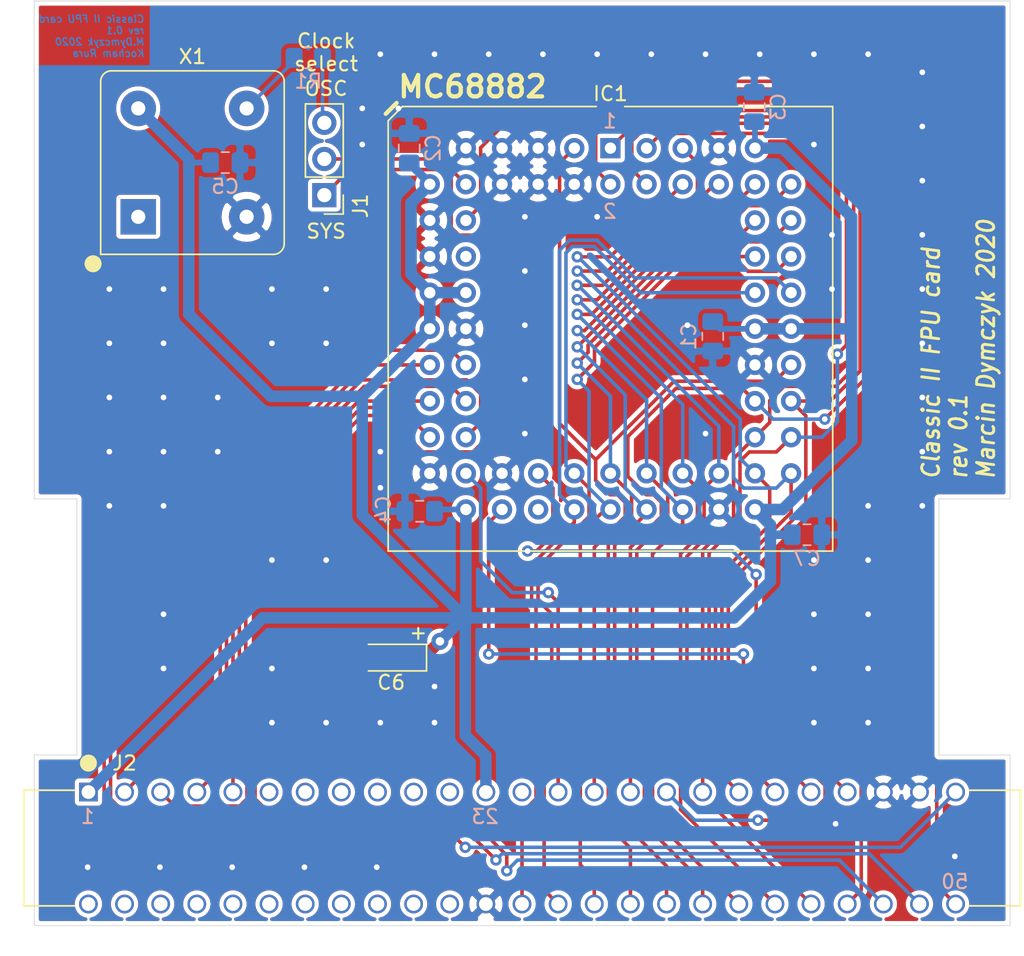
<source format=kicad_pcb>
(kicad_pcb (version 20171130) (host pcbnew 5.1.7-a382d34a8~88~ubuntu18.04.1)
  (title_block (title "Macintosh Classic II FPU") (date 2020-12-27) (rev 0.1) (company "Marcin Dymczyk"))
  (layers (0 F.Cu signal) (31 B.Cu signal) (34 B.Paste user) (35 F.Paste user) (36 B.SilkS user) (37 F.SilkS user) (38 B.Mask user) (39 F.Mask user) (44 Edge.Cuts user))
  (net 0 "")
  (net 1 VDD)
  (net 2 GND)
  (net 3 /D17)
  (net 4 /D19)
  (net 5 /D21)
  (net 6 /D23)
  (net 7 /D24)
  (net 8 /D18)
  (net 9 /D16)
  (net 10 /D20)
  (net 11 /D22)
  (net 12 "Net-(IC1-Pad11)")
  (net 13 /\RESET)
  (net 14 /\AS)
  (net 15 /A3)
  (net 16 /A1)
  (net 17 /\DS)
  (net 18 /A4)
  (net 19 /A2)
  (net 20 /\RW)
  (net 21 /\DSACK1)
  (net 22 /D30)
  (net 23 /D28)
  (net 24 /D26)
  (net 25 /\FPU.SEL)
  (net 26 /D31)
  (net 27 /D29)
  (net 28 /D27)
  (net 29 /D25)
  (net 30 /C16M)
  (net 31 "Net-(J1-Pad3)")
  (net 32 "Net-(R1-Pad1)")
  (module Package_LCC:PLCC-68_THT-Socket (layer F.Cu) (at 141.906 85.344)
    (fp_text reference IC1 (at 0 -3.825) (layer F.SilkS))
    (fp_text value MC68881FN)
    (pad 60 thru_hole circle (at 12.7 2.54) (size 1.4224 1.4224) (drill 0.8) (layers *.Cu *.Mask) (net 29 /D25))
    (pad 58 thru_hole circle (at 12.7 5.08) (size 1.4224 1.4224) (drill 0.8) (layers *.Cu *.Mask) (net 28 /D27))
    (pad 56 thru_hole circle (at 12.7 7.62) (size 1.4224 1.4224) (drill 0.8) (layers *.Cu *.Mask) (net 27 /D29))
    (pad 54 thru_hole circle (at 12.7 10.16) (size 1.4224 1.4224) (drill 0.8) (layers *.Cu *.Mask) (net 26 /D31))
    (pad 52 thru_hole circle (at 12.7 12.7) (size 1.4224 1.4224) (drill 0.8) (layers *.Cu *.Mask) (net 1 VDD))
    (pad 50 thru_hole circle (at 12.7 15.24) (size 1.4224 1.4224) (drill 0.8) (layers *.Cu *.Mask) (net 9 /D16))
    (pad 48 thru_hole circle (at 12.7 17.78) (size 1.4224 1.4224) (drill 0.8) (layers *.Cu *.Mask) (net 8 /D18))
    (pad 46 thru_hole circle (at 12.7 20.32) (size 1.4224 1.4224) (drill 0.8) (layers *.Cu *.Mask) (net 10 /D20))
    (pad 61 thru_hole circle (at 10.16 0) (size 1.4224 1.4224) (drill 0.8) (layers *.Cu *.Mask) (net 1 VDD))
    (pad 59 thru_hole circle (at 10.16 5.08) (size 1.4224 1.4224) (drill 0.8) (layers *.Cu *.Mask) (net 24 /D26))
    (pad 57 thru_hole circle (at 10.16 7.62) (size 1.4224 1.4224) (drill 0.8) (layers *.Cu *.Mask) (net 23 /D28))
    (pad 55 thru_hole circle (at 10.16 10.16) (size 1.4224 1.4224) (drill 0.8) (layers *.Cu *.Mask) (net 22 /D30))
    (pad 53 thru_hole circle (at 10.16 12.7) (size 1.4224 1.4224) (drill 0.8) (layers *.Cu *.Mask) (net 1 VDD))
    (pad 51 thru_hole circle (at 10.16 15.24) (size 1.4224 1.4224) (drill 0.8) (layers *.Cu *.Mask) (net 2 GND))
    (pad 49 thru_hole circle (at 10.16 17.78) (size 1.4224 1.4224) (drill 0.8) (layers *.Cu *.Mask) (net 3 /D17))
    (pad 47 thru_hole circle (at 10.16 20.32) (size 1.4224 1.4224) (drill 0.8) (layers *.Cu *.Mask) (net 4 /D19))
    (pad 45 thru_hole circle (at 10.16 22.86) (size 1.4224 1.4224) (drill 0.8) (layers *.Cu *.Mask) (net 5 /D21))
    (pad 43 thru_hole circle (at 10.16 25.4) (size 1.4224 1.4224) (drill 0.8) (layers *.Cu *.Mask) (net 1 VDD))
    (pad 41 thru_hole circle (at 7.62 25.4) (size 1.4224 1.4224) (drill 0.8) (layers *.Cu *.Mask) (net 2 GND))
    (pad 39 thru_hole circle (at 5.08 25.4) (size 1.4224 1.4224) (drill 0.8) (layers *.Cu *.Mask) (net 29 /D25))
    (pad 37 thru_hole circle (at 2.54 25.4) (size 1.4224 1.4224) (drill 0.8) (layers *.Cu *.Mask) (net 28 /D27))
    (pad 35 thru_hole circle (at 0 25.4) (size 1.4224 1.4224) (drill 0.8) (layers *.Cu *.Mask) (net 27 /D29))
    (pad 33 thru_hole circle (at -2.54 25.4) (size 1.4224 1.4224) (drill 0.8) (layers *.Cu *.Mask) (net 26 /D31))
    (pad 31 thru_hole circle (at -5.08 25.4) (size 1.4224 1.4224) (drill 0.8) (layers *.Cu *.Mask))
    (pad 29 thru_hole circle (at -7.62 25.4) (size 1.4224 1.4224) (drill 0.8) (layers *.Cu *.Mask) (net 25 /\FPU.SEL))
    (pad 27 thru_hole circle (at -10.16 25.4) (size 1.4224 1.4224) (drill 0.8) (layers *.Cu *.Mask) (net 1 VDD))
    (pad 44 thru_hole circle (at 12.7 22.86) (size 1.4224 1.4224) (drill 0.8) (layers *.Cu *.Mask) (net 11 /D22))
    (pad 42 thru_hole circle (at 7.62 22.86) (size 1.4224 1.4224) (drill 0.8) (layers *.Cu *.Mask) (net 6 /D23))
    (pad 40 thru_hole circle (at 5.08 22.86) (size 1.4224 1.4224) (drill 0.8) (layers *.Cu *.Mask) (net 7 /D24))
    (pad 38 thru_hole circle (at 2.54 22.86) (size 1.4224 1.4224) (drill 0.8) (layers *.Cu *.Mask) (net 24 /D26))
    (pad 36 thru_hole circle (at 0 22.86) (size 1.4224 1.4224) (drill 0.8) (layers *.Cu *.Mask) (net 23 /D28))
    (pad 34 thru_hole circle (at -2.54 22.86) (size 1.4224 1.4224) (drill 0.8) (layers *.Cu *.Mask) (net 22 /D30))
    (pad 32 thru_hole circle (at -5.08 22.86) (size 1.4224 1.4224) (drill 0.8) (layers *.Cu *.Mask) (net 21 /\DSACK1))
    (pad 30 thru_hole circle (at -7.62 22.86) (size 1.4224 1.4224) (drill 0.8) (layers *.Cu *.Mask) (net 2 GND))
    (pad 28 thru_hole circle (at -10.16 22.86) (size 1.4224 1.4224) (drill 0.8) (layers *.Cu *.Mask) (net 20 /\RW))
    (pad 26 thru_hole circle (at -12.7 22.86) (size 1.4224 1.4224) (drill 0.8) (layers *.Cu *.Mask) (net 2 GND))
    (pad 24 thru_hole circle (at -12.7 20.32) (size 1.4224 1.4224) (drill 0.8) (layers *.Cu *.Mask) (net 19 /A2))
    (pad 22 thru_hole circle (at -12.7 17.78) (size 1.4224 1.4224) (drill 0.8) (layers *.Cu *.Mask) (net 18 /A4))
    (pad 20 thru_hole circle (at -12.7 15.24) (size 1.4224 1.4224) (drill 0.8) (layers *.Cu *.Mask) (net 17 /\DS))
    (pad 18 thru_hole circle (at -12.7 12.7) (size 1.4224 1.4224) (drill 0.8) (layers *.Cu *.Mask) (net 1 VDD))
    (pad 16 thru_hole circle (at -12.7 10.16) (size 1.4224 1.4224) (drill 0.8) (layers *.Cu *.Mask) (net 1 VDD))
    (pad 14 thru_hole circle (at -12.7 7.62) (size 1.4224 1.4224) (drill 0.8) (layers *.Cu *.Mask) (net 2 GND))
    (pad 12 thru_hole circle (at -12.7 5.08) (size 1.4224 1.4224) (drill 0.8) (layers *.Cu *.Mask) (net 2 GND))
    (pad 10 thru_hole circle (at -12.7 2.54) (size 1.4224 1.4224) (drill 0.8) (layers *.Cu *.Mask) (net 1 VDD))
    (pad 25 thru_hole circle (at -10.16 20.32) (size 1.4224 1.4224) (drill 0.8) (layers *.Cu *.Mask) (net 16 /A1))
    (pad 23 thru_hole circle (at -10.16 17.78) (size 1.4224 1.4224) (drill 0.8) (layers *.Cu *.Mask) (net 15 /A3))
    (pad 21 thru_hole circle (at -10.16 15.24) (size 1.4224 1.4224) (drill 0.8) (layers *.Cu *.Mask) (net 14 /\AS))
    (pad 19 thru_hole circle (at -10.16 12.7) (size 1.4224 1.4224) (drill 0.8) (layers *.Cu *.Mask) (net 2 GND))
    (pad 17 thru_hole circle (at -10.16 10.16) (size 1.4224 1.4224) (drill 0.8) (layers *.Cu *.Mask) (net 1 VDD))
    (pad 15 thru_hole circle (at -10.16 7.62) (size 1.4224 1.4224) (drill 0.8) (layers *.Cu *.Mask))
    (pad 13 thru_hole circle (at -10.16 5.08) (size 1.4224 1.4224) (drill 0.8) (layers *.Cu *.Mask) (net 13 /\RESET))
    (pad 11 thru_hole circle (at -10.16 2.54) (size 1.4224 1.4224) (drill 0.8) (layers *.Cu *.Mask) (net 12 "Net-(IC1-Pad11)"))
    (pad 63 thru_hole circle (at 7.62 0) (size 1.4224 1.4224) (drill 0.8) (layers *.Cu *.Mask) (net 2 GND))
    (pad 65 thru_hole circle (at 5.08 0) (size 1.4224 1.4224) (drill 0.8) (layers *.Cu *.Mask) (net 11 /D22))
    (pad 67 thru_hole circle (at 2.54 0) (size 1.4224 1.4224) (drill 0.8) (layers *.Cu *.Mask) (net 10 /D20))
    (pad 9 thru_hole circle (at -10.16 0) (size 1.4224 1.4224) (drill 0.8) (layers *.Cu *.Mask) (net 2 GND))
    (pad 7 thru_hole circle (at -7.62 0) (size 1.4224 1.4224) (drill 0.8) (layers *.Cu *.Mask) (net 2 GND))
    (pad 5 thru_hole circle (at -5.08 0) (size 1.4224 1.4224) (drill 0.8) (layers *.Cu *.Mask) (net 2 GND))
    (pad 3 thru_hole circle (at -2.54 0) (size 1.4224 1.4224) (drill 0.8) (layers *.Cu *.Mask) (net 9 /D16))
    (pad 1 thru_hole rect (at 0 0) (size 1.4224 1.4224) (drill 0.8) (layers *.Cu *.Mask) (net 8 /D18))
    (pad 62 thru_hole circle (at 10.16 2.54) (size 1.4224 1.4224) (drill 0.8) (layers *.Cu *.Mask) (net 7 /D24))
    (pad 64 thru_hole circle (at 7.62 2.54) (size 1.4224 1.4224) (drill 0.8) (layers *.Cu *.Mask) (net 6 /D23))
    (pad 66 thru_hole circle (at 5.08 2.54) (size 1.4224 1.4224) (drill 0.8) (layers *.Cu *.Mask) (net 5 /D21))
    (pad 68 thru_hole circle (at 2.54 2.54) (size 1.4224 1.4224) (drill 0.8) (layers *.Cu *.Mask) (net 4 /D19))
    (pad 8 thru_hole circle (at -7.62 2.54) (size 1.4224 1.4224) (drill 0.8) (layers *.Cu *.Mask) (net 2 GND))
    (pad 6 thru_hole circle (at -5.08 2.54) (size 1.4224 1.4224) (drill 0.8) (layers *.Cu *.Mask) (net 2 GND))
    (pad 4 thru_hole circle (at -2.54 2.54) (size 1.4224 1.4224) (drill 0.8) (layers *.Cu *.Mask) (net 2 GND))
    (pad 2 thru_hole circle (at 0 2.54) (size 1.4224 1.4224) (drill 0.8) (layers *.Cu *.Mask) (net 3 /D17))
  )
  (module Capacitor_SMD:C_0805_2012Metric_Pad1.18x1.45mm_HandSolder (layer B.Cu) (at 149.098 98.5735 270)
    (fp_text reference C1 (at 0 1.68 270) (layer B.SilkS) (effects (justify mirror)))
    (fp_text value 100n)
    (pad 2 smd roundrect (at 1.0375 0 270) (size 1.175 1.45) (layers B.Cu B.Paste B.Mask) (roundrect_rratio 0.2127659574468085) (net 2 GND))
    (pad 1 smd roundrect (at -1.0375 0 270) (size 1.175 1.45) (layers B.Cu B.Paste B.Mask) (roundrect_rratio 0.2127659574468085) (net 1 VDD))
  )
  (module Capacitor_SMD:C_0805_2012Metric_Pad1.18x1.45mm_HandSolder (layer B.Cu) (at 127.762 85.344 90)
    (fp_text reference C2 (at 0 1.68 90) (layer B.SilkS) (effects (justify mirror)))
    (fp_text value 100n)
    (pad 2 smd roundrect (at 1.0375 0 90) (size 1.175 1.45) (layers B.Cu B.Paste B.Mask) (roundrect_rratio 0.2127659574468085) (net 2 GND))
    (pad 1 smd roundrect (at -1.0375 0 90) (size 1.175 1.45) (layers B.Cu B.Paste B.Mask) (roundrect_rratio 0.2127659574468085) (net 1 VDD))
  )
  (module Capacitor_SMD:C_0805_2012Metric_Pad1.18x1.45mm_HandSolder (layer B.Cu) (at 152.019 82.4445 90)
    (fp_text reference C3 (at 0 1.68 90) (layer B.SilkS) (effects (justify mirror)))
    (fp_text value 100n)
    (pad 2 smd roundrect (at 1.0375 0 90) (size 1.175 1.45) (layers B.Cu B.Paste B.Mask) (roundrect_rratio 0.2127659574468085) (net 2 GND))
    (pad 1 smd roundrect (at -1.0375 0 90) (size 1.175 1.45) (layers B.Cu B.Paste B.Mask) (roundrect_rratio 0.2127659574468085) (net 1 VDD))
  )
  (module Capacitor_SMD:C_0805_2012Metric_Pad1.18x1.45mm_HandSolder (layer B.Cu) (at 128.5025 110.871 180)
    (fp_text reference C4 (at 2.5615 0.127 90) (layer B.SilkS) (effects (justify mirror)))
    (fp_text value 100n)
    (pad 2 smd roundrect (at 1.0375 0 180) (size 1.175 1.45) (layers B.Cu B.Paste B.Mask) (roundrect_rratio 0.2127659574468085) (net 2 GND))
    (pad 1 smd roundrect (at -1.0375 0 180) (size 1.175 1.45) (layers B.Cu B.Paste B.Mask) (roundrect_rratio 0.2127659574468085) (net 1 VDD))
  )
  (module Capacitor_SMD:C_0805_2012Metric_Pad1.18x1.45mm_HandSolder (layer B.Cu) (at 114.8295 86.36)
    (fp_text reference C5 (at 0 1.68) (layer B.SilkS) (effects (justify mirror)))
    (fp_text value 100n)
    (pad 2 smd roundrect (at 1.0375 0) (size 1.175 1.45) (layers B.Cu B.Paste B.Mask) (roundrect_rratio 0.2127659574468085) (net 2 GND))
    (pad 1 smd roundrect (at -1.0375 0) (size 1.175 1.45) (layers B.Cu B.Paste B.Mask) (roundrect_rratio 0.2127659574468085) (net 1 VDD))
  )
  (module Capacitor_Tantalum_SMD:CP_EIA-3216-18_Kemet-A_Pad1.58x1.35mm_HandSolder (layer F.Cu) (at 126.492 121.158 180)
    (fp_text reference C6 (at 0 -1.75) (layer F.SilkS))
    (fp_text value 4u7)
    (pad 2 smd roundrect (at 1.4375 0 180) (size 1.575 1.35) (layers F.Cu F.Paste F.Mask) (roundrect_rratio 0.1851844444444445) (net 2 GND))
    (pad 1 smd roundrect (at -1.4375 0 180) (size 1.575 1.35) (layers F.Cu F.Paste F.Mask) (roundrect_rratio 0.1851844444444445) (net 1 VDD))
  )
  (module Connector_PinHeader_2.54mm:PinHeader_1x03_P2.54mm_Vertical (layer F.Cu) (at 121.793 88.646 180)
    (fp_text reference J1 (at -2.54 -0.762 90) (layer F.SilkS))
    (fp_text value Conn_01x03)
    (pad 3 thru_hole oval (at 0 5.08 180) (size 1.7 1.7) (drill 1) (layers *.Cu *.Mask) (net 31 "Net-(J1-Pad3)"))
    (pad 2 thru_hole oval (at 0 2.54 180) (size 1.7 1.7) (drill 1) (layers *.Cu *.Mask) (net 12 "Net-(IC1-Pad11)"))
    (pad 1 thru_hole rect (at 0 0 180) (size 1.7 1.7) (drill 1) (layers *.Cu *.Mask) (net 30 /C16M))
  )
  (module marcin:TE_5-532955-8_Odd_Even (layer F.Cu) (at 105.21 130.61)
    (fp_text reference J2 (at 2.54 -2.032) (layer F.SilkS))
    (fp_text value Conn_02x25_Odd_Even)
    (pad 2 thru_hole circle (at 0 7.87) (size 1.32 1.32) (drill 0.97) (layers *.Cu *.Mask))
    (pad 4 thru_hole circle (at 2.54 7.87) (size 1.32 1.32) (drill 0.97) (layers *.Cu *.Mask))
    (pad 6 thru_hole circle (at 5.08 7.87) (size 1.32 1.32) (drill 0.97) (layers *.Cu *.Mask))
    (pad 8 thru_hole circle (at 7.62 7.87) (size 1.32 1.32) (drill 0.97) (layers *.Cu *.Mask))
    (pad 10 thru_hole circle (at 10.16 7.87) (size 1.32 1.32) (drill 0.97) (layers *.Cu *.Mask))
    (pad 12 thru_hole circle (at 12.7 7.87) (size 1.32 1.32) (drill 0.97) (layers *.Cu *.Mask))
    (pad 14 thru_hole circle (at 15.24 7.87) (size 1.32 1.32) (drill 0.97) (layers *.Cu *.Mask))
    (pad 16 thru_hole circle (at 17.78 7.87) (size 1.32 1.32) (drill 0.97) (layers *.Cu *.Mask))
    (pad 18 thru_hole circle (at 20.32 7.87) (size 1.32 1.32) (drill 0.97) (layers *.Cu *.Mask))
    (pad 20 thru_hole circle (at 22.86 7.87) (size 1.32 1.32) (drill 0.97) (layers *.Cu *.Mask))
    (pad 22 thru_hole circle (at 25.4 7.87) (size 1.32 1.32) (drill 0.97) (layers *.Cu *.Mask))
    (pad 24 thru_hole circle (at 27.94 7.87) (size 1.32 1.32) (drill 0.97) (layers *.Cu *.Mask) (net 2 GND))
    (pad 26 thru_hole circle (at 30.48 7.87) (size 1.32 1.32) (drill 0.97) (layers *.Cu *.Mask) (net 26 /D31))
    (pad 28 thru_hole circle (at 33.02 7.87) (size 1.32 1.32) (drill 0.97) (layers *.Cu *.Mask) (net 22 /D30))
    (pad 30 thru_hole circle (at 35.56 7.87) (size 1.32 1.32) (drill 0.97) (layers *.Cu *.Mask) (net 27 /D29))
    (pad 32 thru_hole circle (at 38.1 7.87) (size 1.32 1.32) (drill 0.97) (layers *.Cu *.Mask) (net 23 /D28))
    (pad 34 thru_hole circle (at 40.64 7.87) (size 1.32 1.32) (drill 0.97) (layers *.Cu *.Mask) (net 28 /D27))
    (pad 36 thru_hole circle (at 43.18 7.87) (size 1.32 1.32) (drill 0.97) (layers *.Cu *.Mask) (net 24 /D26))
    (pad 38 thru_hole circle (at 45.72 7.87) (size 1.32 1.32) (drill 0.97) (layers *.Cu *.Mask) (net 29 /D25))
    (pad 40 thru_hole circle (at 48.26 7.87) (size 1.32 1.32) (drill 0.97) (layers *.Cu *.Mask) (net 7 /D24))
    (pad 42 thru_hole circle (at 50.8 7.87) (size 1.32 1.32) (drill 0.97) (layers *.Cu *.Mask) (net 6 /D23))
    (pad 44 thru_hole circle (at 53.34 7.87) (size 1.32 1.32) (drill 0.97) (layers *.Cu *.Mask) (net 21 /\DSACK1))
    (pad 46 thru_hole circle (at 55.88 7.87) (size 1.32 1.32) (drill 0.97) (layers *.Cu *.Mask) (net 30 /C16M))
    (pad 48 thru_hole circle (at 58.42 7.87) (size 1.32 1.32) (drill 0.97) (layers *.Cu *.Mask) (net 17 /\DS))
    (pad 50 thru_hole circle (at 60.96 7.87 90) (size 1.32 1.32) (drill 0.97) (layers *.Cu *.Mask) (net 13 /\RESET))
    (pad 1 thru_hole rect (at 0 0) (size 1.32 1.32) (drill 0.97) (layers *.Cu *.Mask) (net 1 VDD))
    (pad 3 thru_hole circle (at 2.54 0) (size 1.32 1.32) (drill 0.97) (layers *.Cu *.Mask) (net 16 /A1))
    (pad 5 thru_hole circle (at 5.08 0) (size 1.32 1.32) (drill 0.97) (layers *.Cu *.Mask) (net 19 /A2))
    (pad 7 thru_hole circle (at 7.62 0) (size 1.32 1.32) (drill 0.97) (layers *.Cu *.Mask) (net 15 /A3))
    (pad 9 thru_hole circle (at 10.16 0) (size 1.32 1.32) (drill 0.97) (layers *.Cu *.Mask) (net 18 /A4))
    (pad 11 thru_hole circle (at 12.7 0) (size 1.32 1.32) (drill 0.97) (layers *.Cu *.Mask))
    (pad 13 thru_hole circle (at 15.24 0) (size 1.32 1.32) (drill 0.97) (layers *.Cu *.Mask))
    (pad 15 thru_hole circle (at 17.78 0) (size 1.32 1.32) (drill 0.97) (layers *.Cu *.Mask))
    (pad 17 thru_hole circle (at 20.32 0) (size 1.32 1.32) (drill 0.97) (layers *.Cu *.Mask))
    (pad 19 thru_hole circle (at 22.86 0) (size 1.32 1.32) (drill 0.97) (layers *.Cu *.Mask))
    (pad 21 thru_hole circle (at 25.4 0) (size 1.32 1.32) (drill 0.97) (layers *.Cu *.Mask))
    (pad 23 thru_hole circle (at 27.94 0) (size 1.32 1.32) (drill 0.97) (layers *.Cu *.Mask) (net 1 VDD))
    (pad 25 thru_hole circle (at 30.48 0) (size 1.32 1.32) (drill 0.97) (layers *.Cu *.Mask))
    (pad 27 thru_hole circle (at 33.02 0) (size 1.32 1.32) (drill 0.97) (layers *.Cu *.Mask) (net 20 /\RW))
    (pad 29 thru_hole circle (at 35.56 0) (size 1.32 1.32) (drill 0.97) (layers *.Cu *.Mask) (net 9 /D16))
    (pad 31 thru_hole circle (at 38.1 0) (size 1.32 1.32) (drill 0.97) (layers *.Cu *.Mask) (net 3 /D17))
    (pad 33 thru_hole circle (at 40.64 0) (size 1.32 1.32) (drill 0.97) (layers *.Cu *.Mask) (net 8 /D18))
    (pad 35 thru_hole circle (at 43.18 0) (size 1.32 1.32) (drill 0.97) (layers *.Cu *.Mask) (net 4 /D19))
    (pad 37 thru_hole circle (at 45.72 0) (size 1.32 1.32) (drill 0.97) (layers *.Cu *.Mask) (net 10 /D20))
    (pad 39 thru_hole circle (at 48.26 0 90) (size 1.32 1.32) (drill 0.97) (layers *.Cu *.Mask) (net 5 /D21))
    (pad 41 thru_hole circle (at 50.8 0) (size 1.32 1.32) (drill 0.97) (layers *.Cu *.Mask) (net 11 /D22))
    (pad 43 thru_hole circle (at 53.34 0 90) (size 1.32 1.32) (drill 0.97) (layers *.Cu *.Mask) (net 25 /\FPU.SEL))
    (pad 45 thru_hole circle (at 55.88 0) (size 1.32 1.32) (drill 0.97) (layers *.Cu *.Mask) (net 2 GND))
    (pad 47 thru_hole circle (at 58.42 0) (size 1.32 1.32) (drill 0.97) (layers *.Cu *.Mask) (net 2 GND))
    (pad 49 thru_hole circle (at 60.96 0 90) (size 1.32 1.32) (drill 0.97) (layers *.Cu *.Mask) (net 14 /\AS))
  )
  (module Oscillator:Oscillator_DIP-8_LargePads (layer F.Cu) (at 108.712 90.17)
    (fp_text reference X1 (at 3.81 -11.26) (layer F.SilkS))
    (fp_text value CXO_DIP8_40M)
    (pad 4 thru_hole circle (at 7.62 0) (size 2.5 2.5) (drill 1) (layers *.Cu *.Mask) (net 2 GND))
    (pad 5 thru_hole circle (at 7.62 -7.62) (size 2.5 2.5) (drill 1) (layers *.Cu *.Mask) (net 32 "Net-(R1-Pad1)"))
    (pad 8 thru_hole circle (at 0 -7.62) (size 2.5 2.5) (drill 1) (layers *.Cu *.Mask) (net 1 VDD))
    (pad 1 thru_hole rect (at 0 0) (size 2.5 2.5) (drill 1) (layers *.Cu *.Mask))
  )
  (module Capacitor_SMD:C_0805_2012Metric_Pad1.18x1.45mm_HandSolder (layer B.Cu) (at 155.7235 112.522)
    (fp_text reference C7 (at 0 1.68) (layer B.SilkS) (effects (justify mirror)))
    (fp_text value 100n)
    (pad 1 smd roundrect (at -1.0375 0) (size 1.175 1.45) (layers B.Cu B.Paste B.Mask) (roundrect_rratio 0.2127659574468085) (net 1 VDD))
    (pad 2 smd roundrect (at 1.0375 0) (size 1.175 1.45) (layers B.Cu B.Paste B.Mask) (roundrect_rratio 0.2127659574468085) (net 2 GND))
  )
  (module Resistor_SMD:R_0805_2012Metric_Pad1.20x1.40mm_HandSolder (layer B.Cu) (at 120.666 78.994)
    (fp_text reference R1 (at 0 1.65) (layer B.SilkS) (effects (justify mirror)))
    (fp_text value 33)
    (pad 1 smd roundrect (at -1 0) (size 1.2 1.4) (layers B.Cu B.Paste B.Mask) (roundrect_rratio 0.2083325) (net 32 "Net-(R1-Pad1)"))
    (pad 2 smd roundrect (at 1 0) (size 1.2 1.4) (layers B.Cu B.Paste B.Mask) (roundrect_rratio 0.2083325) (net 31 "Net-(J1-Pad3)"))
  )
  (gr_text 2 (at 141.859 89.789) (layer B.SilkS) (effects (font (size 1 1)) (justify mirror)))
  (gr_text 1 (at 141.859 83.439) (layer B.SilkS) (effects (font (size 1 1)) (justify mirror)))
  (gr_text "Classic II FPU card\nrev 0.1\nM.Dymczyk 2020\nKocham Rura" (at 109.22 77.47) (layer B.Cu) (effects (font (size 0.5 0.5) (thickness 0.1) italic) (justify left mirror)))
  (gr_text "50\n" (at 166.116 136.906) (layer B.SilkS) (effects (font (size 1 1)) (justify mirror)))
  (gr_text 23 (at 133.096 132.334) (layer B.SilkS) (effects (font (size 1 1)) (justify mirror)))
  (gr_text 1 (at 105.156 132.334) (layer B.SilkS) (effects (font (size 1 1)) (justify mirror)))
  (gr_line (start 126.873 82.169) (end 126.111 82.931) (layer F.SilkS) (width 0.3))
  (gr_text + (at 128.397 119.38) (layer F.SilkS) (effects (font (size 1 1))))
  (gr_circle (center 105.537 93.472) (end 105.837 93.472) (layer F.SilkS) (width 0.6))
  (gr_text "Clock\nselect" (at 121.92 78.613) (layer F.SilkS) (effects (font (size 1 1))))
  (gr_text "Classic II FPU card \nrev 0.1\nMarcin Dymczyk 2020" (at 166.37 108.712 90) (layer F.SilkS) (effects (font (size 1.2 1.1) (thickness 0.2) italic) (justify left)))
  (gr_text MC68882 (at 132.207 81.026) (layer F.SilkS) (effects (font (size 1.5 1.5) (thickness 0.3))))
  (gr_text SYS (at 121.92 91.186) (layer F.SilkS) (effects (font (size 1 1))))
  (gr_text OSC (at 121.92 81.153) (layer F.SilkS) (effects (font (size 1 1))))
  (gr_line (start 101.4 75) (end 101.4 110) (layer Edge.Cuts) (width 0.05))
  (gr_line (start 170 75) (end 101.4 75) (layer Edge.Cuts) (width 0.05))
  (gr_line (start 170 110) (end 170 75) (layer Edge.Cuts) (width 0.05))
  (gr_line (start 165 110) (end 170 110) (layer Edge.Cuts) (width 0.05))
  (gr_line (start 165 128) (end 165 110) (layer Edge.Cuts) (width 0.05))
  (gr_line (start 170 128) (end 165 128) (layer Edge.Cuts) (width 0.05))
  (gr_line (start 104.4 110) (end 101.4 110) (layer Edge.Cuts) (width 0.05))
  (gr_line (start 104.4 128) (end 104.4 110) (layer Edge.Cuts) (width 0.05))
  (gr_line (start 101.4 128) (end 104.4 128) (layer Edge.Cuts) (width 0.05))
  (gr_line (start 170 140) (end 170 128) (layer Edge.Cuts) (width 0.05))
  (gr_line (start 101.4 140) (end 101.4 128) (layer Edge.Cuts) (width 0.05))
  (gr_line (start 101.4 140) (end 170 140) (layer Edge.Cuts) (width 0.05))
  (segment (start 105.21 130.61) (end 117.456 118.364) (width 0.8128) (layer B.Cu) (net 1))
  (segment (start 131.746 110.744) (end 131.746 118.317) (width 0.8128) (layer B.Cu) (net 1))
  (segment (start 131.746 118.317) (end 131.699 118.364) (width 0.8128) (layer B.Cu) (net 1))
  (segment (start 152.066 110.744) (end 153.152401 111.830401) (width 0.8128) (layer B.Cu) (net 1))
  (segment (start 131.746 95.504) (end 129.206 95.504) (width 0.8128) (layer B.Cu) (net 1))
  (segment (start 129.206 95.504) (end 129.206 98.044) (width 0.8128) (layer B.Cu) (net 1))
  (segment (start 117.456 118.364) (end 121.793 118.364) (width 0.8128) (layer B.Cu) (net 1))
  (segment (start 127.888399 94.186399) (end 129.206 95.504) (width 0.8128) (layer B.Cu) (net 1))
  (segment (start 127.888399 89.201601) (end 127.888399 94.186399) (width 0.8128) (layer B.Cu) (net 1))
  (segment (start 129.206 87.884) (end 127.888399 89.201601) (width 0.8128) (layer B.Cu) (net 1))
  (segment (start 152.066 98.044) (end 154.606 98.044) (width 0.8128) (layer B.Cu) (net 1))
  (segment (start 154.01605 110.744) (end 152.066 110.744) (width 0.8128) (layer B.Cu) (net 1))
  (segment (start 158.867401 105.892649) (end 154.01605 110.744) (width 0.8128) (layer B.Cu) (net 1))
  (segment (start 158.867401 90.195351) (end 158.867401 96.798927) (width 0.8128) (layer B.Cu) (net 1))
  (segment (start 154.01605 85.344) (end 158.867401 90.195351) (width 0.8128) (layer B.Cu) (net 1))
  (segment (start 152.066 85.344) (end 154.01605 85.344) (width 0.8128) (layer B.Cu) (net 1))
  (segment (start 108.712 82.55) (end 110.568401 84.406401) (width 0.8128) (layer B.Cu) (net 1))
  (segment (start 152.066 85.344) (end 152.066 83.613) (width 0.4064) (layer B.Cu) (net 1))
  (segment (start 129.206 87.8255) (end 127.762 86.3815) (width 0.6096) (layer B.Cu) (net 1))
  (segment (start 129.206 87.884) (end 129.206 87.8255) (width 0.6096) (layer B.Cu) (net 1))
  (segment (start 154.686 112.522) (end 153.162 112.522) (width 0.6096) (layer B.Cu) (net 1))
  (segment (start 153.162 112.522) (end 153.152401 112.531599) (width 0.6096) (layer B.Cu) (net 1))
  (segment (start 153.152401 111.830401) (end 153.152401 112.531599) (width 0.8128) (layer B.Cu) (net 1))
  (segment (start 131.333328 118.364) (end 131.699 118.364) (width 0.8128) (layer B.Cu) (net 1))
  (via (at 129.921 120.015) (size 1.2) (drill 0.6) (layers F.Cu B.Cu) (net 1))
  (segment (start 121.793 118.364) (end 122.428 118.364) (width 0.8128) (layer B.Cu) (net 1))
  (segment (start 122.428 118.364) (end 131.699 118.364) (width 0.8128) (layer B.Cu) (net 1))
  (segment (start 150.587474 118.364) (end 131.699 118.364) (width 0.8128) (layer B.Cu) (net 1))
  (segment (start 153.152401 115.799073) (end 150.587474 118.364) (width 0.8128) (layer B.Cu) (net 1))
  (segment (start 153.152401 112.531599) (end 153.152401 115.799073) (width 0.8128) (layer B.Cu) (net 1))
  (segment (start 112.268 86.106) (end 110.568401 84.406401) (width 0.8128) (layer B.Cu) (net 1))
  (segment (start 158.857802 98.044) (end 158.867401 98.053599) (width 0.8128) (layer B.Cu) (net 1))
  (segment (start 154.606 98.044) (end 158.857802 98.044) (width 0.8128) (layer B.Cu) (net 1))
  (segment (start 158.867401 96.798927) (end 158.867401 98.053599) (width 0.8128) (layer B.Cu) (net 1))
  (segment (start 158.867401 98.053599) (end 158.867401 105.892649) (width 0.8128) (layer B.Cu) (net 1))
  (segment (start 133.15 130.61) (end 133.15 128.07) (width 0.8128) (layer B.Cu) (net 1))
  (segment (start 131.699 126.619) (end 131.699 118.364) (width 0.8128) (layer B.Cu) (net 1))
  (segment (start 133.15 128.07) (end 131.699 126.619) (width 0.8128) (layer B.Cu) (net 1))
  (segment (start 128.778 121.158) (end 129.921 120.015) (width 0.8128) (layer F.Cu) (net 1))
  (segment (start 127.9295 121.158) (end 128.778 121.158) (width 0.8128) (layer F.Cu) (net 1))
  (segment (start 131.572 118.364) (end 131.699 118.364) (width 0.8128) (layer B.Cu) (net 1))
  (segment (start 129.921 120.015) (end 131.572 118.364) (width 0.8128) (layer B.Cu) (net 1))
  (segment (start 149.606 98.044) (end 149.098 97.536) (width 0.4064) (layer B.Cu) (net 1))
  (segment (start 152.066 98.044) (end 149.606 98.044) (width 0.4064) (layer B.Cu) (net 1))
  (segment (start 129.667 110.744) (end 129.54 110.871) (width 0.4064) (layer B.Cu) (net 1))
  (segment (start 131.746 110.744) (end 129.667 110.744) (width 0.4064) (layer B.Cu) (net 1))
  (segment (start 112.522 86.36) (end 112.268 86.106) (width 0.4064) (layer B.Cu) (net 1))
  (segment (start 113.792 86.36) (end 112.522 86.36) (width 0.4064) (layer B.Cu) (net 1))
  (segment (start 129.206 98.044) (end 124.46 102.79) (width 0.8128) (layer B.Cu) (net 1))
  (segment (start 124.46 111.125) (end 131.699 118.364) (width 0.8128) (layer B.Cu) (net 1))
  (segment (start 124.46 102.79) (end 124.46 111.125) (width 0.8128) (layer B.Cu) (net 1))
  (segment (start 118.03 102.79) (end 124.46 102.79) (width 0.8128) (layer B.Cu) (net 1))
  (segment (start 112.268 86.106) (end 112.268 97.028) (width 0.8128) (layer B.Cu) (net 1))
  (segment (start 112.268 97.028) (end 118.03 102.79) (width 0.8128) (layer B.Cu) (net 1))
  (via (at 135.89 105.41) (size 0.8) (drill 0.4) (layers F.Cu B.Cu) (net 2))
  (via (at 135.89 101.6) (size 0.8) (drill 0.4) (layers F.Cu B.Cu) (net 2))
  (via (at 135.89 97.79) (size 0.8) (drill 0.4) (layers F.Cu B.Cu) (net 2))
  (via (at 135.89 93.98) (size 0.8) (drill 0.4) (layers F.Cu B.Cu) (net 2))
  (via (at 135.89 90.17) (size 0.8) (drill 0.4) (layers F.Cu B.Cu) (net 2))
  (via (at 140.97 90.17) (size 0.8) (drill 0.4) (layers F.Cu B.Cu) (net 2))
  (via (at 148.59 105.41) (size 0.8) (drill 0.4) (layers F.Cu B.Cu) (net 2))
  (via (at 147.32 97.79) (size 0.8) (drill 0.4) (layers F.Cu B.Cu) (net 2))
  (via (at 160.02 110.49) (size 0.8) (drill 0.4) (layers F.Cu B.Cu) (net 2))
  (via (at 129.54 123.19) (size 0.8) (drill 0.4) (layers F.Cu B.Cu) (net 2))
  (via (at 129.54 125.73) (size 0.8) (drill 0.4) (layers F.Cu B.Cu) (net 2))
  (via (at 125.73 106.68) (size 0.8) (drill 0.4) (layers F.Cu B.Cu) (net 2))
  (via (at 125.73 109.22) (size 0.8) (drill 0.4) (layers F.Cu B.Cu) (net 2))
  (via (at 127 82.55) (size 0.8) (drill 0.4) (layers F.Cu B.Cu) (net 2))
  (via (at 124.46 82.55) (size 0.8) (drill 0.4) (layers F.Cu B.Cu) (net 2))
  (via (at 124.46 85.09) (size 0.8) (drill 0.4) (layers F.Cu B.Cu) (net 2))
  (via (at 118.11 99.06) (size 0.8) (drill 0.4) (layers F.Cu B.Cu) (net 2))
  (via (at 121.92 99.06) (size 0.8) (drill 0.4) (layers F.Cu B.Cu) (net 2))
  (via (at 121.92 95.25) (size 0.8) (drill 0.4) (layers F.Cu B.Cu) (net 2))
  (via (at 125.73 125.73) (size 0.8) (drill 0.4) (layers F.Cu B.Cu) (net 2))
  (via (at 121.92 125.73) (size 0.8) (drill 0.4) (layers F.Cu B.Cu) (net 2))
  (via (at 118.11 125.73) (size 0.8) (drill 0.4) (layers F.Cu B.Cu) (net 2))
  (via (at 118.11 121.92) (size 0.8) (drill 0.4) (layers F.Cu B.Cu) (net 2))
  (via (at 163.83 110.49) (size 0.8) (drill 0.4) (layers F.Cu B.Cu) (net 2))
  (via (at 163.83 106.68) (size 0.8) (drill 0.4) (layers F.Cu B.Cu) (net 2))
  (via (at 163.83 102.87) (size 0.8) (drill 0.4) (layers F.Cu B.Cu) (net 2))
  (via (at 163.83 99.06) (size 0.8) (drill 0.4) (layers F.Cu B.Cu) (net 2))
  (via (at 163.83 95.25) (size 0.8) (drill 0.4) (layers F.Cu B.Cu) (net 2))
  (via (at 163.83 91.44) (size 0.8) (drill 0.4) (layers F.Cu B.Cu) (net 2))
  (via (at 163.83 87.63) (size 0.8) (drill 0.4) (layers F.Cu B.Cu) (net 2))
  (via (at 163.83 83.82) (size 0.8) (drill 0.4) (layers F.Cu B.Cu) (net 2))
  (via (at 163.83 80.01) (size 0.8) (drill 0.4) (layers F.Cu B.Cu) (net 2))
  (via (at 160.02 114.3) (size 0.8) (drill 0.4) (layers F.Cu B.Cu) (net 2))
  (via (at 160.02 118.11) (size 0.8) (drill 0.4) (layers F.Cu B.Cu) (net 2))
  (via (at 160.02 121.92) (size 0.8) (drill 0.4) (layers F.Cu B.Cu) (net 2))
  (via (at 160.02 125.73) (size 0.8) (drill 0.4) (layers F.Cu B.Cu) (net 2))
  (via (at 156.21 125.73) (size 0.8) (drill 0.4) (layers F.Cu B.Cu) (net 2))
  (via (at 156.21 121.92) (size 0.8) (drill 0.4) (layers F.Cu B.Cu) (net 2))
  (via (at 156.21 118.11) (size 0.8) (drill 0.4) (layers F.Cu B.Cu) (net 2))
  (via (at 156.21 114.3) (size 0.8) (drill 0.4) (layers F.Cu B.Cu) (net 2))
  (via (at 110.49 121.92) (size 0.8) (drill 0.4) (layers F.Cu B.Cu) (net 2))
  (via (at 110.49 118.11) (size 0.8) (drill 0.4) (layers F.Cu B.Cu) (net 2))
  (via (at 110.49 110.49) (size 0.8) (drill 0.4) (layers F.Cu B.Cu) (net 2))
  (via (at 106.68 110.49) (size 0.8) (drill 0.4) (layers F.Cu B.Cu) (net 2))
  (via (at 106.68 106.68) (size 0.8) (drill 0.4) (layers F.Cu B.Cu) (net 2))
  (via (at 110.49 106.68) (size 0.8) (drill 0.4) (layers F.Cu B.Cu) (net 2))
  (via (at 110.49 102.87) (size 0.8) (drill 0.4) (layers F.Cu B.Cu) (net 2))
  (via (at 106.68 102.87) (size 0.8) (drill 0.4) (layers F.Cu B.Cu) (net 2))
  (via (at 106.68 99.06) (size 0.8) (drill 0.4) (layers F.Cu B.Cu) (net 2))
  (via (at 110.49 99.06) (size 0.8) (drill 0.4) (layers F.Cu B.Cu) (net 2))
  (via (at 106.68 95.25) (size 0.8) (drill 0.4) (layers F.Cu B.Cu) (net 2))
  (via (at 110.49 95.25) (size 0.8) (drill 0.4) (layers F.Cu B.Cu) (net 2))
  (via (at 114.3 102.87) (size 0.8) (drill 0.4) (layers F.Cu B.Cu) (net 2))
  (via (at 114.3 106.68) (size 0.8) (drill 0.4) (layers F.Cu B.Cu) (net 2))
  (via (at 118.11 95.25) (size 0.8) (drill 0.4) (layers F.Cu B.Cu) (net 2))
  (via (at 160.02 78.74) (size 0.8) (drill 0.4) (layers F.Cu B.Cu) (net 2))
  (via (at 156.21 78.74) (size 0.8) (drill 0.4) (layers F.Cu B.Cu) (net 2))
  (via (at 152.4 78.74) (size 0.8) (drill 0.4) (layers F.Cu B.Cu) (net 2))
  (via (at 148.59 78.74) (size 0.8) (drill 0.4) (layers F.Cu B.Cu) (net 2))
  (via (at 144.78 78.74) (size 0.8) (drill 0.4) (layers F.Cu B.Cu) (net 2))
  (via (at 140.97 78.74) (size 0.8) (drill 0.4) (layers F.Cu B.Cu) (net 2))
  (via (at 137.16 78.74) (size 0.8) (drill 0.4) (layers F.Cu B.Cu) (net 2))
  (via (at 133.35 78.74) (size 0.8) (drill 0.4) (layers F.Cu B.Cu) (net 2))
  (via (at 129.54 78.74) (size 0.8) (drill 0.4) (layers F.Cu B.Cu) (net 2))
  (via (at 125.73 78.74) (size 0.8) (drill 0.4) (layers F.Cu B.Cu) (net 2))
  (via (at 157.48 95.25) (size 0.8) (drill 0.4) (layers F.Cu B.Cu) (net 2))
  (via (at 157.48 91.44) (size 0.8) (drill 0.4) (layers F.Cu B.Cu) (net 2))
  (via (at 156.21 85.09) (size 0.8) (drill 0.4) (layers F.Cu B.Cu) (net 2))
  (via (at 110.236 135.89) (size 0.8) (drill 0.4) (layers F.Cu B.Cu) (net 2))
  (via (at 105.156 135.89) (size 0.8) (drill 0.4) (layers F.Cu B.Cu) (net 2))
  (via (at 115.316 135.89) (size 0.8) (drill 0.4) (layers F.Cu B.Cu) (net 2))
  (via (at 125.476 135.89) (size 0.8) (drill 0.4) (layers F.Cu B.Cu) (net 2))
  (via (at 120.396 135.89) (size 0.8) (drill 0.4) (layers F.Cu B.Cu) (net 2))
  (via (at 157.734 132.842) (size 0.8) (drill 0.4) (layers F.Cu B.Cu) (net 2))
  (via (at 166.116 135.128) (size 0.8) (drill 0.4) (layers F.Cu B.Cu) (net 2))
  (via (at 121.92 114.3) (size 0.8) (drill 0.4) (layers F.Cu B.Cu) (net 2))
  (via (at 118.11 114.3) (size 0.8) (drill 0.4) (layers F.Cu B.Cu) (net 2))
  (segment (start 157.632822 82.700002) (end 159.90402 84.9712) (width 0.25) (layer F.Cu) (net 3))
  (segment (start 142.542596 82.700002) (end 157.632822 82.700002) (width 0.25) (layer F.Cu) (net 3))
  (segment (start 140.869799 84.372799) (end 142.542596 82.700002) (width 0.25) (layer F.Cu) (net 3))
  (segment (start 159.90402 84.9712) (end 159.90402 101.46198) (width 0.25) (layer F.Cu) (net 3))
  (segment (start 141.906 87.884) (end 140.869799 86.847799) (width 0.25) (layer F.Cu) (net 3))
  (segment (start 140.869799 86.847799) (end 140.869799 84.372799) (width 0.25) (layer F.Cu) (net 3))
  (segment (start 159.90402 101.46198) (end 156.972 104.394) (width 0.25) (layer F.Cu) (net 3))
  (via (at 156.972 104.394) (size 0.8) (drill 0.4) (layers F.Cu B.Cu) (net 3))
  (segment (start 153.336 104.394) (end 152.066 103.124) (width 0.25) (layer B.Cu) (net 3))
  (segment (start 156.972 104.394) (end 153.336 104.394) (width 0.25) (layer B.Cu) (net 3))
  (segment (start 144.943377 109.707799) (end 145.482201 110.246623) (width 0.25) (layer F.Cu) (net 3))
  (segment (start 143.31 113.413578) (end 143.31 130.61) (width 0.25) (layer F.Cu) (net 3))
  (segment (start 151.177 102.235) (end 146.510234 102.235) (width 0.25) (layer F.Cu) (net 3))
  (segment (start 145.482201 111.241377) (end 143.31 113.413578) (width 0.25) (layer F.Cu) (net 3))
  (segment (start 146.510234 102.235) (end 143.129 105.616234) (width 0.25) (layer F.Cu) (net 3))
  (segment (start 145.482201 110.246623) (end 145.482201 111.241377) (width 0.25) (layer F.Cu) (net 3))
  (segment (start 143.129 105.616234) (end 143.129 108.420578) (width 0.25) (layer F.Cu) (net 3))
  (segment (start 144.416221 109.707799) (end 144.943377 109.707799) (width 0.25) (layer F.Cu) (net 3))
  (segment (start 152.066 103.124) (end 151.177 102.235) (width 0.25) (layer F.Cu) (net 3))
  (segment (start 143.129 108.420578) (end 144.416221 109.707799) (width 0.25) (layer F.Cu) (net 3))
  (segment (start 148.39 113.611) (end 148.39 114.510414) (width 0.25) (layer F.Cu) (net 4))
  (segment (start 150.562201 111.438799) (end 148.39 113.611) (width 0.25) (layer F.Cu) (net 4))
  (segment (start 148.39 114.510414) (end 148.39 130.61) (width 0.25) (layer F.Cu) (net 4))
  (segment (start 152.066 105.664) (end 150.562201 107.167799) (width 0.25) (layer F.Cu) (net 4))
  (segment (start 150.562201 107.167799) (end 150.562201 111.438799) (width 0.25) (layer F.Cu) (net 4))
  (segment (start 143.409799 84.846623) (end 143.409799 86.847799) (width 0.25) (layer F.Cu) (net 4))
  (segment (start 144.656402 83.60002) (end 143.409799 84.846623) (width 0.25) (layer F.Cu) (net 4))
  (segment (start 157.26002 83.60002) (end 144.656402 83.60002) (width 0.25) (layer F.Cu) (net 4))
  (segment (start 143.409799 86.847799) (end 144.446 87.884) (width 0.25) (layer F.Cu) (net 4))
  (segment (start 159.004 85.344) (end 157.26002 83.60002) (width 0.25) (layer F.Cu) (net 4))
  (segment (start 152.066 105.664) (end 153.102201 104.627799) (width 0.25) (layer F.Cu) (net 4))
  (segment (start 157.752791 102.087799) (end 159.004 100.83659) (width 0.25) (layer F.Cu) (net 4))
  (segment (start 153.102201 104.627799) (end 153.102201 103.094221) (width 0.25) (layer F.Cu) (net 4))
  (segment (start 153.102201 103.094221) (end 154.108623 102.087799) (width 0.25) (layer F.Cu) (net 4))
  (segment (start 154.108623 102.087799) (end 157.752791 102.087799) (width 0.25) (layer F.Cu) (net 4))
  (segment (start 159.004 100.83659) (end 159.004 85.344) (width 0.25) (layer F.Cu) (net 4))
  (segment (start 153.47 130.61) (end 149.29002 126.43002) (width 0.25) (layer F.Cu) (net 5))
  (segment (start 149.29002 126.43002) (end 149.29002 115.63198) (width 0.25) (layer F.Cu) (net 5))
  (segment (start 153.102201 109.240201) (end 152.066 108.204) (width 0.25) (layer F.Cu) (net 5))
  (segment (start 153.102201 111.819799) (end 153.102201 109.240201) (width 0.25) (layer F.Cu) (net 5))
  (segment (start 149.29002 115.63198) (end 153.102201 111.819799) (width 0.25) (layer F.Cu) (net 5))
  (segment (start 151.029799 107.167799) (end 151.029799 106.161377) (width 0.25) (layer B.Cu) (net 5))
  (segment (start 152.066 108.204) (end 151.029799 107.167799) (width 0.25) (layer B.Cu) (net 5))
  (segment (start 139.625057 92.986747) (end 139.572852 92.986747) (width 0.25) (layer B.Cu) (net 5))
  (via (at 139.572852 92.986747) (size 0.8) (drill 0.4) (layers F.Cu B.Cu) (net 5))
  (segment (start 151.029799 106.161377) (end 151.029799 104.391489) (width 0.25) (layer B.Cu) (net 5))
  (segment (start 151.029799 104.391489) (end 139.625057 92.986747) (width 0.25) (layer B.Cu) (net 5))
  (segment (start 141.883253 92.986747) (end 139.572852 92.986747) (width 0.25) (layer F.Cu) (net 5))
  (segment (start 146.986 87.884) (end 141.883253 92.986747) (width 0.25) (layer F.Cu) (net 5))
  (segment (start 156.01 138.48) (end 149.289795 131.759795) (width 0.25) (layer F.Cu) (net 6))
  (segment (start 147.285011 130.962813) (end 147.285011 114.041835) (width 0.25) (layer F.Cu) (net 6))
  (segment (start 148.081993 131.759795) (end 147.285011 130.962813) (width 0.25) (layer F.Cu) (net 6))
  (segment (start 149.289795 131.759795) (end 148.081993 131.759795) (width 0.25) (layer F.Cu) (net 6))
  (segment (start 148.489799 109.240201) (end 149.526 108.204) (width 0.25) (layer F.Cu) (net 6))
  (segment (start 148.489799 112.837047) (end 148.489799 109.240201) (width 0.25) (layer F.Cu) (net 6))
  (segment (start 147.285011 114.041835) (end 148.489799 112.837047) (width 0.25) (layer F.Cu) (net 6))
  (segment (start 149.526 104.891998) (end 139.630002 94.996) (width 0.25) (layer B.Cu) (net 6))
  (segment (start 149.526 108.204) (end 149.526 104.891998) (width 0.25) (layer B.Cu) (net 6))
  (via (at 139.563694 94.986694) (size 0.8) (drill 0.4) (layers F.Cu B.Cu) (net 6))
  (segment (start 139.630002 94.996) (end 139.573 94.996) (width 0.25) (layer B.Cu) (net 6))
  (segment (start 139.573 94.996) (end 139.563694 94.986694) (width 0.25) (layer B.Cu) (net 6))
  (segment (start 141.354666 94.986694) (end 139.563694 94.986694) (width 0.25) (layer F.Cu) (net 6))
  (segment (start 145.627406 90.713954) (end 141.354666 94.986694) (width 0.25) (layer F.Cu) (net 6))
  (segment (start 146.396455 90.713955) (end 149.22641 87.884) (width 0.25) (layer F.Cu) (net 6))
  (segment (start 149.22641 87.884) (end 149.526 87.884) (width 0.25) (layer F.Cu) (net 6))
  (segment (start 145.627406 90.713954) (end 146.396455 90.713955) (width 0.25) (layer F.Cu) (net 6))
  (segment (start 139.625349 96.007347) (end 139.568347 96.007347) (width 0.25) (layer B.Cu) (net 7))
  (via (at 139.568347 96.007347) (size 0.8) (drill 0.4) (layers F.Cu B.Cu) (net 7))
  (segment (start 146.986 108.204) (end 146.986 103.367998) (width 0.25) (layer B.Cu) (net 7))
  (segment (start 146.986 103.367998) (end 139.625349 96.007347) (width 0.25) (layer B.Cu) (net 7))
  (segment (start 140.970423 96.007347) (end 139.568347 96.007347) (width 0.25) (layer F.Cu) (net 7))
  (segment (start 145.813807 91.163963) (end 140.970423 96.007347) (width 0.25) (layer F.Cu) (net 7))
  (segment (start 152.066 87.884) (end 148.786038 91.163962) (width 0.25) (layer F.Cu) (net 7))
  (segment (start 148.786038 91.163962) (end 145.813807 91.163963) (width 0.25) (layer F.Cu) (net 7))
  (segment (start 148.022201 112.668235) (end 146.835001 113.855435) (width 0.25) (layer F.Cu) (net 7))
  (segment (start 146.986 108.204) (end 148.022201 109.240201) (width 0.25) (layer F.Cu) (net 7))
  (segment (start 146.835001 131.845001) (end 153.47 138.48) (width 0.25) (layer F.Cu) (net 7))
  (segment (start 146.835001 113.855435) (end 146.835001 131.845001) (width 0.25) (layer F.Cu) (net 7))
  (segment (start 148.022201 109.240201) (end 148.022201 112.668235) (width 0.25) (layer F.Cu) (net 7))
  (segment (start 155.642201 104.160201) (end 155.642201 110.558944) (width 0.25) (layer F.Cu) (net 8))
  (segment (start 154.606 103.124) (end 155.642201 104.160201) (width 0.25) (layer F.Cu) (net 8))
  (segment (start 155.642201 110.558944) (end 150.19004 116.011105) (width 0.25) (layer F.Cu) (net 8))
  (segment (start 150.19004 116.011105) (end 150.19004 126.05722) (width 0.25) (layer F.Cu) (net 8))
  (segment (start 156.995001 131.082801) (end 155.489802 132.588) (width 0.25) (layer F.Cu) (net 8))
  (segment (start 156.995001 130.137199) (end 156.995001 131.082801) (width 0.25) (layer F.Cu) (net 8))
  (segment (start 155.121587 128.263785) (end 156.995001 130.137199) (width 0.25) (layer F.Cu) (net 8))
  (segment (start 150.19004 126.05722) (end 152.396605 128.263785) (width 0.25) (layer F.Cu) (net 8))
  (segment (start 152.396605 128.263785) (end 155.121587 128.263785) (width 0.25) (layer F.Cu) (net 8))
  (segment (start 155.489802 132.588) (end 152.273 132.588) (width 0.25) (layer F.Cu) (net 8))
  (segment (start 145.85 130.61) (end 147.828 132.588) (width 0.25) (layer B.Cu) (net 8))
  (segment (start 147.828 132.588) (end 152.273 132.588) (width 0.25) (layer B.Cu) (net 8))
  (via (at 152.273 132.588) (size 0.8) (drill 0.4) (layers F.Cu B.Cu) (net 8))
  (segment (start 157.446421 83.150011) (end 159.45401 85.1576) (width 0.25) (layer F.Cu) (net 8))
  (segment (start 157.353 103.124) (end 156.21141 103.124) (width 0.25) (layer F.Cu) (net 8))
  (segment (start 144.09999 83.15001) (end 157.446421 83.150011) (width 0.25) (layer F.Cu) (net 8))
  (segment (start 141.906 85.344) (end 144.09999 83.15001) (width 0.25) (layer F.Cu) (net 8))
  (segment (start 156.21141 103.124) (end 154.606 103.124) (width 0.25) (layer F.Cu) (net 8))
  (segment (start 159.45401 85.1576) (end 159.454009 101.022991) (width 0.25) (layer F.Cu) (net 8))
  (segment (start 159.454009 101.022991) (end 157.353 103.124) (width 0.25) (layer F.Cu) (net 8))
  (segment (start 140.77 113.413578) (end 140.77 130.61) (width 0.25) (layer F.Cu) (net 9))
  (segment (start 142.942201 111.241377) (end 140.77 113.413578) (width 0.25) (layer F.Cu) (net 9))
  (segment (start 142.942201 110.246623) (end 142.942201 111.241377) (width 0.25) (layer F.Cu) (net 9))
  (segment (start 142.403377 109.707799) (end 142.942201 110.246623) (width 0.25) (layer F.Cu) (net 9))
  (segment (start 153.463 101.727) (end 146.381824 101.727) (width 0.25) (layer F.Cu) (net 9))
  (segment (start 154.606 100.584) (end 153.463 101.727) (width 0.25) (layer F.Cu) (net 9))
  (segment (start 140.869799 107.239025) (end 140.869799 108.701377) (width 0.25) (layer F.Cu) (net 9))
  (segment (start 146.381824 101.727) (end 140.869799 107.239025) (width 0.25) (layer F.Cu) (net 9))
  (segment (start 141.876221 109.707799) (end 142.403377 109.707799) (width 0.25) (layer F.Cu) (net 9))
  (segment (start 140.869799 108.701377) (end 141.876221 109.707799) (width 0.25) (layer F.Cu) (net 9))
  (segment (start 138.329799 104.699025) (end 140.869799 107.239025) (width 0.25) (layer F.Cu) (net 9))
  (segment (start 138.329799 86.380201) (end 138.329799 104.699025) (width 0.25) (layer F.Cu) (net 9))
  (segment (start 139.366 85.344) (end 138.329799 86.380201) (width 0.25) (layer F.Cu) (net 9))
  (segment (start 153.569799 106.700201) (end 154.606 105.664) (width 0.25) (layer F.Cu) (net 10))
  (segment (start 148.84001 128.52001) (end 148.84001 113.7974) (width 0.25) (layer F.Cu) (net 10))
  (segment (start 150.93 130.61) (end 148.84001 128.52001) (width 0.25) (layer F.Cu) (net 10))
  (segment (start 148.84001 113.7974) (end 151.012211 111.625199) (width 0.25) (layer F.Cu) (net 10))
  (segment (start 151.012211 111.625199) (end 151.012211 107.354199) (width 0.25) (layer F.Cu) (net 10))
  (segment (start 151.012211 107.354199) (end 151.666209 106.700201) (width 0.25) (layer F.Cu) (net 10))
  (segment (start 151.666209 106.700201) (end 153.569799 106.700201) (width 0.25) (layer F.Cu) (net 10))
  (via (at 157.861 99.822) (size 0.8) (drill 0.4) (layers F.Cu B.Cu) (net 10))
  (segment (start 157.861 104.578002) (end 156.775002 105.664) (width 0.25) (layer B.Cu) (net 10))
  (segment (start 156.775002 105.664) (end 154.606 105.664) (width 0.25) (layer B.Cu) (net 10))
  (segment (start 157.861 99.822) (end 157.861 104.578002) (width 0.25) (layer B.Cu) (net 10))
  (segment (start 158.496 99.187) (end 157.861 99.822) (width 0.25) (layer F.Cu) (net 10))
  (segment (start 158.496 85.47241) (end 158.496 99.187) (width 0.25) (layer F.Cu) (net 10))
  (segment (start 157.331389 84.307799) (end 158.496 85.47241) (width 0.25) (layer F.Cu) (net 10))
  (segment (start 144.446 85.344) (end 145.482201 84.307799) (width 0.25) (layer F.Cu) (net 10))
  (segment (start 145.482201 84.307799) (end 157.331389 84.307799) (width 0.25) (layer F.Cu) (net 10))
  (segment (start 154.606 108.204) (end 154.606 110.958735) (width 0.25) (layer F.Cu) (net 11))
  (segment (start 154.606 110.958735) (end 149.74003 115.824705) (width 0.25) (layer F.Cu) (net 11))
  (segment (start 149.74003 115.824705) (end 149.74003 126.24362) (width 0.25) (layer F.Cu) (net 11))
  (segment (start 149.74003 126.24362) (end 152.210205 128.713795) (width 0.25) (layer F.Cu) (net 11))
  (segment (start 154.113795 128.713795) (end 156.01 130.61) (width 0.25) (layer F.Cu) (net 11))
  (segment (start 152.210205 128.713795) (end 154.113795 128.713795) (width 0.25) (layer F.Cu) (net 11))
  (via (at 139.574272 93.986748) (size 0.8) (drill 0.4) (layers F.Cu B.Cu) (net 11))
  (segment (start 139.63675 93.986748) (end 139.574272 93.986748) (width 0.25) (layer B.Cu) (net 11))
  (segment (start 150.562201 108.525201) (end 150.562201 104.912199) (width 0.25) (layer B.Cu) (net 11))
  (segment (start 151.277201 109.240201) (end 150.562201 108.525201) (width 0.25) (layer B.Cu) (net 11))
  (segment (start 150.562201 104.912199) (end 139.63675 93.986748) (width 0.25) (layer B.Cu) (net 11))
  (segment (start 153.569799 109.240201) (end 151.277201 109.240201) (width 0.25) (layer B.Cu) (net 11))
  (segment (start 154.606 108.204) (end 153.569799 109.240201) (width 0.25) (layer B.Cu) (net 11))
  (segment (start 146.986 85.344) (end 148.022201 86.380201) (width 0.25) (layer F.Cu) (net 11))
  (segment (start 141.718202 93.986748) (end 139.574272 93.986748) (width 0.25) (layer F.Cu) (net 11))
  (segment (start 145.441005 90.263945) (end 141.718202 93.986748) (width 0.25) (layer F.Cu) (net 11))
  (segment (start 146.210055 90.263945) (end 145.441005 90.263945) (width 0.25) (layer F.Cu) (net 11))
  (segment (start 148.022201 88.451799) (end 146.210055 90.263945) (width 0.25) (layer F.Cu) (net 11))
  (segment (start 148.022201 86.380201) (end 148.022201 88.451799) (width 0.25) (layer F.Cu) (net 11))
  (segment (start 129.968 86.106) (end 131.746 87.884) (width 0.25) (layer F.Cu) (net 12))
  (segment (start 121.793 86.106) (end 129.968 86.106) (width 0.25) (layer F.Cu) (net 12))
  (segment (start 164.846 137.156) (end 165.184999 137.494999) (width 0.25) (layer F.Cu) (net 13))
  (segment (start 165.184999 137.494999) (end 166.17 138.48) (width 0.25) (layer F.Cu) (net 13))
  (segment (start 164.846 130.048) (end 164.846 137.156) (width 0.25) (layer F.Cu) (net 13))
  (segment (start 161.544 126.746) (end 164.846 130.048) (width 0.25) (layer F.Cu) (net 13))
  (segment (start 131.746 90.424) (end 132.782201 89.387799) (width 0.25) (layer F.Cu) (net 13))
  (segment (start 132.782201 85.314221) (end 137.451422 80.645) (width 0.25) (layer F.Cu) (net 13))
  (segment (start 137.451422 80.645) (end 158.242 80.645) (width 0.25) (layer F.Cu) (net 13))
  (segment (start 158.242 80.645) (end 161.544 83.947) (width 0.25) (layer F.Cu) (net 13))
  (segment (start 132.782201 89.387799) (end 132.782201 85.314221) (width 0.25) (layer F.Cu) (net 13))
  (segment (start 161.544 83.947) (end 161.544 126.746) (width 0.25) (layer F.Cu) (net 13))
  (segment (start 106.31499 131.269202) (end 108.464798 133.41901) (width 0.25) (layer F.Cu) (net 14))
  (segment (start 106.314989 118.469371) (end 106.31499 131.269202) (width 0.25) (layer F.Cu) (net 14))
  (segment (start 125.236561 99.547799) (end 106.314989 118.469371) (width 0.25) (layer F.Cu) (net 14))
  (segment (start 131.746 100.584) (end 130.709799 99.547799) (width 0.25) (layer F.Cu) (net 14))
  (segment (start 130.709799 99.547799) (end 125.236561 99.547799) (width 0.25) (layer F.Cu) (net 14))
  (segment (start 108.464798 133.41901) (end 117.348 133.41901) (width 0.25) (layer F.Cu) (net 14))
  (segment (start 117.348 133.41901) (end 130.62501 133.41901) (width 0.25) (layer F.Cu) (net 14))
  (segment (start 130.62501 133.41901) (end 131.699 134.493) (width 0.25) (layer F.Cu) (net 14))
  (via (at 131.699 134.493) (size 0.8) (drill 0.4) (layers F.Cu B.Cu) (net 14))
  (segment (start 162.287 134.493) (end 166.17 130.61) (width 0.25) (layer B.Cu) (net 14))
  (segment (start 131.699 134.493) (end 162.287 134.493) (width 0.25) (layer B.Cu) (net 14))
  (segment (start 114.919991 128.520009) (end 112.83 130.61) (width 0.25) (layer F.Cu) (net 15))
  (segment (start 114.919991 111.773599) (end 114.919991 128.520009) (width 0.25) (layer F.Cu) (net 15))
  (segment (start 131.746 103.124) (end 130.709799 102.087799) (width 0.25) (layer F.Cu) (net 15))
  (segment (start 124.605791 102.087799) (end 114.919991 111.773599) (width 0.25) (layer F.Cu) (net 15))
  (segment (start 130.709799 102.087799) (end 124.605791 102.087799) (width 0.25) (layer F.Cu) (net 15))
  (segment (start 132.782201 102.626623) (end 132.782201 104.627799) (width 0.25) (layer F.Cu) (net 16))
  (segment (start 131.793368 101.63779) (end 132.782201 102.626623) (width 0.25) (layer F.Cu) (net 16))
  (segment (start 109.328 129.032) (end 112.522 129.032) (width 0.25) (layer F.Cu) (net 16))
  (segment (start 107.75 130.61) (end 109.328 129.032) (width 0.25) (layer F.Cu) (net 16))
  (segment (start 114.469981 127.084019) (end 114.469981 111.587199) (width 0.25) (layer F.Cu) (net 16))
  (segment (start 112.522 129.032) (end 114.469981 127.084019) (width 0.25) (layer F.Cu) (net 16))
  (segment (start 114.469981 111.587199) (end 124.41939 101.63779) (width 0.25) (layer F.Cu) (net 16))
  (segment (start 132.782201 104.627799) (end 131.746 105.664) (width 0.25) (layer F.Cu) (net 16))
  (segment (start 124.41939 101.63779) (end 131.793368 101.63779) (width 0.25) (layer F.Cu) (net 16))
  (via (at 133.858 135.382) (size 0.8) (drill 0.4) (layers F.Cu B.Cu) (net 17))
  (segment (start 108.651198 132.969) (end 131.445 132.969) (width 0.25) (layer F.Cu) (net 17))
  (segment (start 106.764999 131.082801) (end 108.651198 132.969) (width 0.25) (layer F.Cu) (net 17))
  (segment (start 106.764999 118.655771) (end 106.764999 131.082801) (width 0.25) (layer F.Cu) (net 17))
  (segment (start 129.206 100.584) (end 124.83677 100.584) (width 0.25) (layer F.Cu) (net 17))
  (segment (start 131.445 132.969) (end 133.858 135.382) (width 0.25) (layer F.Cu) (net 17))
  (segment (start 124.83677 100.584) (end 106.764999 118.655771) (width 0.25) (layer F.Cu) (net 17))
  (segment (start 160.909 135.763) (end 160.08901 134.94301) (width 0.25) (layer B.Cu) (net 17))
  (segment (start 163.63 138.48) (end 160.913 135.763) (width 0.25) (layer B.Cu) (net 17))
  (segment (start 160.913 135.763) (end 160.909 135.763) (width 0.25) (layer B.Cu) (net 17))
  (segment (start 134.29699 134.94301) (end 133.858 135.382) (width 0.25) (layer B.Cu) (net 17))
  (segment (start 160.08901 134.94301) (end 134.29699 134.94301) (width 0.25) (layer B.Cu) (net 17))
  (segment (start 115.37 111.96) (end 115.37 130.61) (width 0.25) (layer F.Cu) (net 18))
  (segment (start 124.206 103.124) (end 115.37 111.96) (width 0.25) (layer F.Cu) (net 18))
  (segment (start 129.206 103.124) (end 124.206 103.124) (width 0.25) (layer F.Cu) (net 18))
  (segment (start 127.11601 103.57401) (end 129.206 105.664) (width 0.25) (layer F.Cu) (net 19))
  (segment (start 124.3924 103.57401) (end 127.11601 103.57401) (width 0.25) (layer F.Cu) (net 19))
  (segment (start 110.29 130.61) (end 111.275001 131.595001) (width 0.25) (layer F.Cu) (net 19))
  (segment (start 115.842801 131.595001) (end 116.355001 131.082801) (width 0.25) (layer F.Cu) (net 19))
  (segment (start 115.82001 128.13901) (end 115.82001 112.1464) (width 0.25) (layer F.Cu) (net 19))
  (segment (start 115.82001 112.1464) (end 124.3924 103.57401) (width 0.25) (layer F.Cu) (net 19))
  (segment (start 116.355001 131.082801) (end 116.355001 128.674001) (width 0.25) (layer F.Cu) (net 19))
  (segment (start 111.275001 131.595001) (end 115.842801 131.595001) (width 0.25) (layer F.Cu) (net 19))
  (segment (start 116.355001 128.674001) (end 115.82001 128.13901) (width 0.25) (layer F.Cu) (net 19))
  (segment (start 138.23 130.61) (end 138.23 117.275) (width 0.25) (layer F.Cu) (net 20))
  (segment (start 138.23 117.275) (end 137.541 116.586) (width 0.25) (layer F.Cu) (net 20))
  (via (at 137.541 116.586) (size 0.8) (drill 0.4) (layers F.Cu B.Cu) (net 20))
  (segment (start 137.541 116.586) (end 135.001 116.586) (width 0.25) (layer B.Cu) (net 20))
  (segment (start 132.782201 109.240201) (end 131.746 108.204) (width 0.25) (layer B.Cu) (net 20))
  (segment (start 132.782201 114.367201) (end 132.782201 109.240201) (width 0.25) (layer B.Cu) (net 20))
  (segment (start 135.001 116.586) (end 132.782201 114.367201) (width 0.25) (layer B.Cu) (net 20))
  (via (at 136.0805 113.665) (size 0.8) (drill 0.4) (layers F.Cu B.Cu) (net 21))
  (segment (start 150.495 113.665) (end 152.146 115.316) (width 0.25) (layer B.Cu) (net 21))
  (via (at 152.146 115.316) (size 0.8) (drill 0.4) (layers F.Cu B.Cu) (net 21))
  (segment (start 152.146 115.316) (end 152.146 115.443) (width 0.25) (layer B.Cu) (net 21))
  (segment (start 152.146 115.316) (end 152.146 126.74036) (width 0.25) (layer F.Cu) (net 21))
  (segment (start 152.769405 127.363765) (end 157.208765 127.363765) (width 0.25) (layer F.Cu) (net 21))
  (segment (start 152.146 126.74036) (end 152.769405 127.363765) (width 0.25) (layer F.Cu) (net 21))
  (segment (start 159.535001 137.494999) (end 158.55 138.48) (width 0.25) (layer F.Cu) (net 21))
  (segment (start 159.535001 129.690001) (end 159.535001 137.494999) (width 0.25) (layer F.Cu) (net 21))
  (segment (start 157.208765 127.363765) (end 159.535001 129.690001) (width 0.25) (layer F.Cu) (net 21))
  (segment (start 136.705758 113.665) (end 136.0805 113.665) (width 0.25) (layer F.Cu) (net 21))
  (segment (start 137.862201 112.508557) (end 136.705758 113.665) (width 0.25) (layer F.Cu) (net 21))
  (segment (start 136.826 108.204) (end 137.862201 109.240201) (width 0.25) (layer F.Cu) (net 21))
  (segment (start 137.862201 109.240201) (end 137.862201 112.508557) (width 0.25) (layer F.Cu) (net 21))
  (segment (start 150.495 113.665) (end 136.0805 113.665) (width 0.25) (layer B.Cu) (net 21))
  (segment (start 139.366 108.204) (end 139.319 108.204) (width 0.25) (layer B.Cu) (net 22))
  (segment (start 138.779809 107.664809) (end 138.779809 92.706788) (width 0.25) (layer B.Cu) (net 22))
  (segment (start 139.319 108.204) (end 138.779809 107.664809) (width 0.25) (layer B.Cu) (net 22))
  (segment (start 144.018 95.504) (end 152.066 95.504) (width 0.25) (layer B.Cu) (net 22))
  (segment (start 140.775746 92.261746) (end 144.018 95.504) (width 0.25) (layer B.Cu) (net 22))
  (segment (start 138.779809 92.706788) (end 139.224851 92.261746) (width 0.25) (layer B.Cu) (net 22))
  (segment (start 139.224851 92.261746) (end 140.775746 92.261746) (width 0.25) (layer B.Cu) (net 22))
  (segment (start 140.402201 109.240201) (end 139.366 108.204) (width 0.25) (layer F.Cu) (net 22))
  (segment (start 140.402201 111.241377) (end 140.402201 109.240201) (width 0.25) (layer F.Cu) (net 22))
  (segment (start 136.815999 114.827579) (end 140.402201 111.241377) (width 0.25) (layer F.Cu) (net 22))
  (segment (start 137.244999 137.494999) (end 137.244999 129.709001) (width 0.25) (layer F.Cu) (net 22))
  (segment (start 137.77999 129.17401) (end 137.77999 118.09499) (width 0.25) (layer F.Cu) (net 22))
  (segment (start 138.23 138.48) (end 137.244999 137.494999) (width 0.25) (layer F.Cu) (net 22))
  (segment (start 137.77999 118.09499) (end 136.815999 117.130999) (width 0.25) (layer F.Cu) (net 22))
  (segment (start 137.244999 129.709001) (end 137.77999 129.17401) (width 0.25) (layer F.Cu) (net 22))
  (segment (start 136.815999 117.130999) (end 136.815999 114.827579) (width 0.25) (layer F.Cu) (net 22))
  (segment (start 143.31 138.48) (end 143.31 134.547) (width 0.25) (layer F.Cu) (net 23))
  (segment (start 142.942201 109.240201) (end 141.906 108.204) (width 0.25) (layer F.Cu) (net 23))
  (segment (start 143.31 134.547) (end 141.755001 132.992001) (width 0.25) (layer F.Cu) (net 23))
  (segment (start 143.392211 109.690211) (end 142.942201 109.240201) (width 0.25) (layer F.Cu) (net 23))
  (segment (start 143.392211 111.427777) (end 143.392211 109.690211) (width 0.25) (layer F.Cu) (net 23))
  (segment (start 141.755001 113.064987) (end 143.392211 111.427777) (width 0.25) (layer F.Cu) (net 23))
  (segment (start 141.755001 132.992001) (end 141.755001 113.064987) (width 0.25) (layer F.Cu) (net 23))
  (segment (start 141.906 108.204) (end 141.906 102.859998) (width 0.25) (layer B.Cu) (net 23))
  (segment (start 141.906 102.859998) (end 141.906 102.79) (width 0.25) (layer B.Cu) (net 23))
  (segment (start 141.906 102.79) (end 139.573 100.457) (width 0.25) (layer B.Cu) (net 23))
  (via (at 139.573 100.457) (size 0.8) (drill 0.4) (layers F.Cu B.Cu) (net 23))
  (segment (start 140.335705 99.694295) (end 139.573 100.457) (width 0.25) (layer F.Cu) (net 23))
  (segment (start 140.335705 99.187705) (end 140.335705 99.694295) (width 0.25) (layer F.Cu) (net 23))
  (segment (start 152.066 92.964) (end 146.55941 92.964) (width 0.25) (layer F.Cu) (net 23))
  (segment (start 146.55941 92.964) (end 140.335705 99.187705) (width 0.25) (layer F.Cu) (net 23))
  (segment (start 148.39 136.96) (end 148.39 138.48) (width 0.25) (layer F.Cu) (net 24))
  (segment (start 144.446 108.204) (end 145.932211 109.690211) (width 0.25) (layer F.Cu) (net 24))
  (segment (start 145.932211 109.690211) (end 145.93221 111.427778) (width 0.25) (layer F.Cu) (net 24))
  (segment (start 145.93221 111.427778) (end 143.76001 113.599978) (width 0.25) (layer F.Cu) (net 24))
  (segment (start 144.295001 132.865001) (end 148.39 136.96) (width 0.25) (layer F.Cu) (net 24))
  (segment (start 143.76001 113.599978) (end 143.76001 129.40901) (width 0.25) (layer F.Cu) (net 24))
  (segment (start 143.76001 129.40901) (end 144.295001 129.944001) (width 0.25) (layer F.Cu) (net 24))
  (segment (start 144.295001 129.944001) (end 144.295001 132.865001) (width 0.25) (layer F.Cu) (net 24))
  (segment (start 144.446 108.204) (end 144.446 103.113998) (width 0.25) (layer B.Cu) (net 24))
  (via (at 139.573 98.171) (size 0.8) (drill 0.4) (layers F.Cu B.Cu) (net 24))
  (segment (start 144.446 103.044) (end 144.446 103.113998) (width 0.25) (layer B.Cu) (net 24))
  (segment (start 139.573 98.171) (end 144.446 103.044) (width 0.25) (layer B.Cu) (net 24))
  (segment (start 140.07959 98.171) (end 139.573 98.171) (width 0.25) (layer F.Cu) (net 24))
  (segment (start 146.186609 92.063981) (end 140.07959 98.171) (width 0.25) (layer F.Cu) (net 24))
  (segment (start 152.066 90.424) (end 150.42602 92.06398) (width 0.25) (layer F.Cu) (net 24))
  (segment (start 150.42602 92.06398) (end 146.186609 92.063981) (width 0.25) (layer F.Cu) (net 24))
  (segment (start 158.55 130.61) (end 155.753775 127.813775) (width 0.25) (layer F.Cu) (net 25))
  (segment (start 155.753775 127.813775) (end 152.583005 127.813775) (width 0.25) (layer F.Cu) (net 25))
  (segment (start 152.583005 127.813775) (end 151.257 126.48777) (width 0.25) (layer F.Cu) (net 25))
  (via (at 151.257 120.904) (size 0.8) (drill 0.4) (layers F.Cu B.Cu) (net 25))
  (segment (start 151.257 126.48777) (end 151.257 120.904) (width 0.25) (layer F.Cu) (net 25))
  (segment (start 151.257 120.904) (end 133.35 120.904) (width 0.25) (layer B.Cu) (net 25))
  (via (at 133.35 120.904) (size 0.8) (drill 0.4) (layers F.Cu B.Cu) (net 25))
  (segment (start 133.35 111.68) (end 133.35 120.904) (width 0.25) (layer F.Cu) (net 25))
  (segment (start 134.286 110.744) (end 133.35 111.68) (width 0.25) (layer F.Cu) (net 25))
  (segment (start 135.69 132.067802) (end 135.69 138.48) (width 0.25) (layer F.Cu) (net 26))
  (segment (start 153.569799 94.467799) (end 143.618209 94.467799) (width 0.25) (layer B.Cu) (net 26))
  (segment (start 154.606 95.504) (end 153.569799 94.467799) (width 0.25) (layer B.Cu) (net 26))
  (segment (start 138.329799 109.707799) (end 139.366 110.744) (width 0.25) (layer B.Cu) (net 26))
  (segment (start 140.962146 91.811736) (end 139.03845 91.811737) (width 0.25) (layer B.Cu) (net 26))
  (segment (start 143.618209 94.467799) (end 140.962146 91.811736) (width 0.25) (layer B.Cu) (net 26))
  (segment (start 139.03845 91.811737) (end 138.329799 92.520388) (width 0.25) (layer B.Cu) (net 26))
  (segment (start 138.329799 92.520388) (end 138.329799 109.707799) (width 0.25) (layer B.Cu) (net 26))
  (segment (start 139.366 110.744) (end 139.366 111.641168) (width 0.25) (layer F.Cu) (net 26))
  (segment (start 136.365989 114.641179) (end 136.36599 117.3174) (width 0.25) (layer F.Cu) (net 26))
  (segment (start 139.366 111.641168) (end 136.365989 114.641179) (width 0.25) (layer F.Cu) (net 26))
  (segment (start 136.675001 131.082801) (end 135.69 132.067802) (width 0.25) (layer F.Cu) (net 26))
  (segment (start 136.675001 117.626411) (end 136.675001 131.082801) (width 0.25) (layer F.Cu) (net 26))
  (segment (start 136.36599 117.3174) (end 136.675001 117.626411) (width 0.25) (layer F.Cu) (net 26))
  (segment (start 141.535988 110.744) (end 141.906 110.744) (width 0.25) (layer F.Cu) (net 27))
  (segment (start 139.784999 112.494989) (end 141.535988 110.744) (width 0.25) (layer F.Cu) (net 27))
  (segment (start 139.784999 135.720999) (end 139.784999 112.494989) (width 0.25) (layer F.Cu) (net 27))
  (segment (start 140.77 136.706) (end 139.784999 135.720999) (width 0.25) (layer F.Cu) (net 27))
  (segment (start 140.77 138.48) (end 140.77 136.706) (width 0.25) (layer F.Cu) (net 27))
  (via (at 139.573 101.6) (size 0.8) (drill 0.4) (layers F.Cu B.Cu) (net 27))
  (segment (start 140.402201 102.429201) (end 140.402201 109.240201) (width 0.25) (layer B.Cu) (net 27))
  (segment (start 140.402201 109.240201) (end 141.906 110.744) (width 0.25) (layer B.Cu) (net 27))
  (segment (start 139.573 101.6) (end 140.402201 102.429201) (width 0.25) (layer B.Cu) (net 27))
  (segment (start 151.568623 94.000201) (end 150.982432 93.41401) (width 0.25) (layer F.Cu) (net 27))
  (segment (start 154.606 92.964) (end 153.569799 94.000201) (width 0.25) (layer F.Cu) (net 27))
  (segment (start 153.569799 94.000201) (end 151.568623 94.000201) (width 0.25) (layer F.Cu) (net 27))
  (segment (start 150.982432 93.41401) (end 146.74581 93.41401) (width 0.25) (layer F.Cu) (net 27))
  (segment (start 140.785715 99.374105) (end 140.785715 100.387285) (width 0.25) (layer F.Cu) (net 27))
  (segment (start 140.785715 100.387285) (end 139.573 101.6) (width 0.25) (layer F.Cu) (net 27))
  (segment (start 146.74581 93.41401) (end 140.785715 99.374105) (width 0.25) (layer F.Cu) (net 27))
  (segment (start 145.85 138.48) (end 145.85 135.817) (width 0.25) (layer F.Cu) (net 28))
  (segment (start 145.85 135.817) (end 142.205011 132.172011) (width 0.25) (layer F.Cu) (net 28))
  (segment (start 144.446 111.010398) (end 144.446 110.744) (width 0.25) (layer F.Cu) (net 28))
  (segment (start 142.205011 113.251387) (end 144.446 111.010398) (width 0.25) (layer F.Cu) (net 28))
  (segment (start 142.205011 132.172011) (end 142.205011 113.251387) (width 0.25) (layer F.Cu) (net 28))
  (segment (start 151.531201 91.927799) (end 150.94501 92.51399) (width 0.25) (layer F.Cu) (net 28))
  (segment (start 154.606 90.424) (end 153.102201 91.927799) (width 0.25) (layer F.Cu) (net 28))
  (segment (start 153.102201 91.927799) (end 151.531201 91.927799) (width 0.25) (layer F.Cu) (net 28))
  (segment (start 150.94501 92.51399) (end 146.37301 92.51399) (width 0.25) (layer F.Cu) (net 28))
  (segment (start 146.37301 92.51399) (end 139.573 99.314) (width 0.25) (layer F.Cu) (net 28))
  (via (at 139.573 99.314) (size 0.8) (drill 0.4) (layers F.Cu B.Cu) (net 28))
  (segment (start 142.942201 109.240201) (end 144.446 110.744) (width 0.25) (layer B.Cu) (net 28))
  (segment (start 142.942201 102.683201) (end 142.942201 109.240201) (width 0.25) (layer B.Cu) (net 28))
  (segment (start 139.573 99.314) (end 142.942201 102.683201) (width 0.25) (layer B.Cu) (net 28))
  (segment (start 150.93 138.48) (end 144.907 132.457) (width 0.25) (layer F.Cu) (net 29))
  (segment (start 144.907 132.457) (end 144.907 131.124802) (width 0.25) (layer F.Cu) (net 29))
  (segment (start 146.986 111.749788) (end 146.986 110.744) (width 0.25) (layer F.Cu) (net 29))
  (segment (start 144.864999 113.870789) (end 146.986 111.749788) (width 0.25) (layer F.Cu) (net 29))
  (segment (start 144.864999 131.082801) (end 144.864999 113.870789) (width 0.25) (layer F.Cu) (net 29))
  (segment (start 144.907 131.124802) (end 144.864999 131.082801) (width 0.25) (layer F.Cu) (net 29))
  (segment (start 145.482201 109.240201) (end 145.482201 102.937201) (width 0.25) (layer B.Cu) (net 29))
  (segment (start 146.986 110.744) (end 145.482201 109.240201) (width 0.25) (layer B.Cu) (net 29))
  (via (at 139.573 97.028) (size 0.8) (drill 0.4) (layers F.Cu B.Cu) (net 29))
  (segment (start 145.482201 102.937201) (end 139.573 97.028) (width 0.25) (layer B.Cu) (net 29))
  (segment (start 140.58618 97.028) (end 139.573 97.028) (width 0.25) (layer F.Cu) (net 29))
  (segment (start 149.34245 91.613972) (end 146.000208 91.613972) (width 0.25) (layer F.Cu) (net 29))
  (segment (start 151.568623 89.387799) (end 149.34245 91.613972) (width 0.25) (layer F.Cu) (net 29))
  (segment (start 153.102201 89.387799) (end 151.568623 89.387799) (width 0.25) (layer F.Cu) (net 29))
  (segment (start 146.000208 91.613972) (end 140.58618 97.028) (width 0.25) (layer F.Cu) (net 29))
  (segment (start 154.606 87.884) (end 153.102201 89.387799) (width 0.25) (layer F.Cu) (net 29))
  (via (at 134.62 136.144) (size 0.8) (drill 0.4) (layers F.Cu B.Cu) (net 30))
  (segment (start 116.924999 131.082801) (end 118.361188 132.51899) (width 0.25) (layer F.Cu) (net 30))
  (segment (start 130.709799 90.921377) (end 131.248623 91.460201) (width 0.25) (layer F.Cu) (net 30))
  (segment (start 131.248623 91.460201) (end 132.243377 91.460201) (width 0.25) (layer F.Cu) (net 30))
  (segment (start 130.709799 87.528389) (end 130.709799 90.921377) (width 0.25) (layer F.Cu) (net 30))
  (segment (start 132.243377 91.460201) (end 133.232211 92.449035) (width 0.25) (layer F.Cu) (net 30))
  (segment (start 123.591201 86.847799) (end 130.029209 86.847799) (width 0.25) (layer F.Cu) (net 30))
  (segment (start 133.232211 92.449035) (end 133.232211 105.711367) (width 0.25) (layer F.Cu) (net 30))
  (segment (start 128.708623 106.700201) (end 126.148422 104.14) (width 0.25) (layer F.Cu) (net 30))
  (segment (start 133.232211 105.711367) (end 132.243377 106.700201) (width 0.25) (layer F.Cu) (net 30))
  (segment (start 132.243377 106.700201) (end 128.708623 106.700201) (width 0.25) (layer F.Cu) (net 30))
  (segment (start 130.029209 86.847799) (end 130.709799 87.528389) (width 0.25) (layer F.Cu) (net 30))
  (segment (start 126.148422 104.14) (end 124.46282 104.14) (width 0.25) (layer F.Cu) (net 30))
  (segment (start 121.793 88.646) (end 123.591201 86.847799) (width 0.25) (layer F.Cu) (net 30))
  (segment (start 124.46282 104.14) (end 116.27002 112.3328) (width 0.25) (layer F.Cu) (net 30))
  (segment (start 116.27002 127.95261) (end 116.924999 128.607589) (width 0.25) (layer F.Cu) (net 30))
  (segment (start 116.27002 112.3328) (end 116.27002 127.95261) (width 0.25) (layer F.Cu) (net 30))
  (segment (start 118.361188 132.51899) (end 132.067992 132.51899) (width 0.25) (layer F.Cu) (net 30))
  (segment (start 116.924999 128.607589) (end 116.924999 131.082801) (width 0.25) (layer F.Cu) (net 30))
  (segment (start 134.62 135.070998) (end 134.62 136.144) (width 0.25) (layer F.Cu) (net 30))
  (segment (start 132.067992 132.51899) (end 134.62 135.070998) (width 0.25) (layer F.Cu) (net 30))
  (segment (start 161.09 138.48) (end 158.00302 135.39302) (width 0.25) (layer B.Cu) (net 30))
  (segment (start 135.37098 135.39302) (end 134.62 136.144) (width 0.25) (layer B.Cu) (net 30))
  (segment (start 158.00302 135.39302) (end 135.37098 135.39302) (width 0.25) (layer B.Cu) (net 30))
  (segment (start 121.666 83.439) (end 121.793 83.566) (width 0.25) (layer B.Cu) (net 31))
  (segment (start 121.666 78.994) (end 121.666 83.439) (width 0.25) (layer B.Cu) (net 31))
  (segment (start 119.666 79.216) (end 119.666 78.994) (width 0.25) (layer B.Cu) (net 32))
  (segment (start 116.332 82.55) (end 119.666 79.216) (width 0.25) (layer B.Cu) (net 32))
  (zone (net 2) (net_name GND) (layer F.Cu) (connect_pads (clearance 0.3)) (min_thickness 0.254) (fill yes (arc_segments 32) (thermal_gap 0.508) (thermal_bridge_width 0.508) (smoothing chamfer))
    (polygon (pts (xy 170.18 140.335) (xy 101.346 140.335) (xy 101.346 74.93) (xy 170.053 74.93)))
  )
  (zone (net 2) (net_name GND) (layer B.Cu) (connect_pads (clearance 0.3)) (min_thickness 0.254) (fill yes (arc_segments 32) (thermal_gap 0.508) (thermal_bridge_width 0.508) (smoothing chamfer))
    (polygon (pts (xy 170.18 140.335) (xy 101.346 140.335) (xy 101.346 74.93) (xy 170.053 74.93)))
  )
)
</source>
